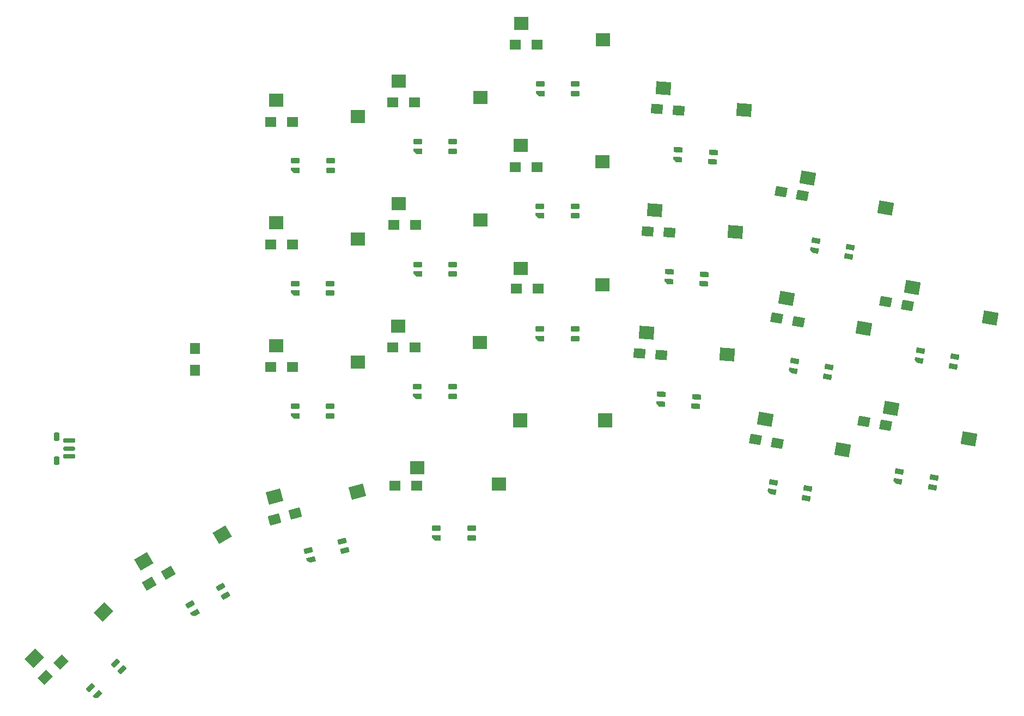
<source format=gtp>
G04 #@! TF.GenerationSoftware,KiCad,Pcbnew,9.0.1*
G04 #@! TF.CreationDate,2025-04-19T02:13:03+03:00*
G04 #@! TF.ProjectId,klor1_4,6b6c6f72-315f-4342-9e6b-696361645f70,v1.4.0*
G04 #@! TF.SameCoordinates,Original*
G04 #@! TF.FileFunction,Paste,Top*
G04 #@! TF.FilePolarity,Positive*
%FSLAX46Y46*%
G04 Gerber Fmt 4.6, Leading zero omitted, Abs format (unit mm)*
G04 Created by KiCad (PCBNEW 9.0.1) date 2025-04-19 02:13:03*
%MOMM*%
%LPD*%
G01*
G04 APERTURE LIST*
G04 Aperture macros list*
%AMRoundRect*
0 Rectangle with rounded corners*
0 $1 Rounding radius*
0 $2 $3 $4 $5 $6 $7 $8 $9 X,Y pos of 4 corners*
0 Add a 4 corners polygon primitive as box body*
4,1,4,$2,$3,$4,$5,$6,$7,$8,$9,$2,$3,0*
0 Add four circle primitives for the rounded corners*
1,1,$1+$1,$2,$3*
1,1,$1+$1,$4,$5*
1,1,$1+$1,$6,$7*
1,1,$1+$1,$8,$9*
0 Add four rect primitives between the rounded corners*
20,1,$1+$1,$2,$3,$4,$5,0*
20,1,$1+$1,$4,$5,$6,$7,0*
20,1,$1+$1,$6,$7,$8,$9,0*
20,1,$1+$1,$8,$9,$2,$3,0*%
%AMRotRect*
0 Rectangle, with rotation*
0 The origin of the aperture is its center*
0 $1 length*
0 $2 width*
0 $3 Rotation angle, in degrees counterclockwise*
0 Add horizontal line*
21,1,$1,$2,0,0,$3*%
%AMFreePoly0*
4,1,18,-0.410000,0.265000,0.000000,0.675000,0.328000,0.675000,0.359380,0.668758,0.385983,0.650983,0.403758,0.624380,0.410000,0.593000,0.410000,-0.593000,0.403758,-0.624380,0.385983,-0.650983,0.359380,-0.668758,0.328000,-0.675000,-0.328000,-0.675000,-0.359380,-0.668758,-0.385983,-0.650983,-0.403758,-0.624380,-0.410000,-0.593000,-0.410000,0.265000,-0.410000,0.265000,$1*%
G04 Aperture macros list end*
%ADD10RoundRect,0.082000X0.651245X0.187383X0.187383X0.651245X-0.651245X-0.187383X-0.187383X-0.651245X0*%
%ADD11FreePoly0,135.000000*%
%ADD12RotRect,2.300000X2.000000X225.000000*%
%ADD13RoundRect,0.082000X0.593000X-0.328000X0.593000X0.328000X-0.593000X0.328000X-0.593000X-0.328000X0*%
%ADD14FreePoly0,90.000000*%
%ADD15R,2.300000X2.000000*%
%ADD16RoundRect,0.082000X0.568675X-0.368567X0.614436X0.285835X-0.568675X0.368567X-0.614436X-0.285835X0*%
%ADD17FreePoly0,86.000000*%
%ADD18RotRect,2.300000X2.000000X176.000000*%
%ADD19RotRect,1.800000X1.500000X170.000000*%
%ADD20R,1.800000X1.500000*%
%ADD21RotRect,1.800000X1.500000X176.000000*%
%ADD22RoundRect,0.082000X0.657687X-0.163344X0.487901X0.470303X-0.657687X0.163344X-0.487901X-0.470303X0*%
%ADD23FreePoly0,105.000000*%
%ADD24RotRect,2.300000X2.000000X195.000000*%
%ADD25RoundRect,0.082000X0.527034X-0.425990X0.640948X0.220044X-0.527034X0.425990X-0.640948X-0.220044X0*%
%ADD26FreePoly0,80.000000*%
%ADD27RotRect,2.300000X2.000000X170.000000*%
%ADD28RotRect,1.800000X1.500000X195.000000*%
%ADD29R,2.200000X2.200000*%
%ADD30RotRect,1.800000X1.500000X350.000000*%
%ADD31RotRect,1.800000X1.500000X210.000000*%
%ADD32RoundRect,0.187500X-0.712500X0.187500X-0.712500X-0.187500X0.712500X-0.187500X0.712500X0.187500X0*%
%ADD33RoundRect,0.150000X-0.750000X0.150000X-0.750000X-0.150000X0.750000X-0.150000X0.750000X0.150000X0*%
%ADD34RoundRect,0.225000X-0.225000X0.425000X-0.225000X-0.425000X0.225000X-0.425000X0.225000X0.425000X0*%
%ADD35R,1.500000X1.800000*%
%ADD36RoundRect,0.082000X0.677553X0.012444X0.349553X0.580556X-0.677553X-0.012444X-0.349553X-0.580556X0*%
%ADD37FreePoly0,120.000000*%
%ADD38RotRect,2.300000X2.000000X210.000000*%
%ADD39RotRect,1.800000X1.500000X225.000000*%
G04 APERTURE END LIST*
D10*
X91409592Y-155071868D03*
D11*
X87555860Y-158925600D03*
D10*
X86495200Y-157864940D03*
X90348932Y-154011208D03*
D12*
X88520412Y-146105917D03*
X77744105Y-153290122D03*
D13*
X145728074Y-134572844D03*
D14*
X140278074Y-134572844D03*
D13*
X140278074Y-133072844D03*
X145728074Y-133072844D03*
D15*
X150025000Y-126190000D03*
X137325000Y-123650000D03*
D16*
X183196704Y-76087262D03*
D17*
X177759979Y-75707093D03*
D16*
X177864614Y-74210747D03*
X183301338Y-74590919D03*
D18*
X188067920Y-68024580D03*
X175576038Y-64604860D03*
D19*
X196539173Y-100965202D03*
X193190827Y-100374798D03*
D20*
X137025000Y-85920000D03*
X133625000Y-85920000D03*
D21*
X175210859Y-106138586D03*
X171819141Y-105901414D03*
D22*
X126027856Y-136545510D03*
D23*
X120763560Y-137956074D03*
D22*
X120375331Y-136507185D03*
X125639627Y-135096621D03*
D24*
X128008728Y-127336178D03*
X115084069Y-128169728D03*
D13*
X161814473Y-84478104D03*
D14*
X156364473Y-84478104D03*
D13*
X156364473Y-82978104D03*
X161814473Y-82978104D03*
D15*
X166111399Y-76095260D03*
X153411399Y-73555260D03*
D25*
X220629355Y-107874070D03*
D26*
X215262153Y-106927687D03*
D25*
X215522625Y-105450475D03*
X220889827Y-106396858D03*
D27*
X226316667Y-100364733D03*
X214250674Y-95657990D03*
D28*
X118347074Y-130780008D03*
X115062926Y-131659992D03*
D29*
X153295000Y-116290000D03*
X166495000Y-116290000D03*
D16*
X180576704Y-114097262D03*
D17*
X175139979Y-113717093D03*
D16*
X175244614Y-112220747D03*
X180681338Y-112600919D03*
D18*
X185447920Y-106034580D03*
X172956038Y-102614860D03*
D13*
X123765105Y-96487584D03*
D14*
X118315105Y-96487584D03*
D13*
X118315105Y-94987584D03*
X123765105Y-94987584D03*
D15*
X128062031Y-88104740D03*
X115362031Y-85564740D03*
D20*
X156095000Y-95830000D03*
X152695000Y-95830000D03*
D25*
X217349355Y-126674070D03*
D26*
X211982153Y-125727687D03*
D25*
X212242625Y-124250475D03*
X217609827Y-125196858D03*
D27*
X223036667Y-119164733D03*
X210970674Y-114457990D03*
D20*
X117885000Y-88900000D03*
X114485000Y-88900000D03*
D13*
X123748074Y-115602844D03*
D14*
X118298074Y-115602844D03*
D13*
X118298074Y-114102844D03*
X123748074Y-114102844D03*
D15*
X128045000Y-107220000D03*
X115345000Y-104680000D03*
D30*
X193810827Y-80714798D03*
X197159173Y-81305202D03*
D31*
X98557243Y-139960000D03*
X95612757Y-141660000D03*
D13*
X123788074Y-77432844D03*
D14*
X118338074Y-77432844D03*
D13*
X118338074Y-75932844D03*
X123788074Y-75932844D03*
D15*
X128085000Y-69050000D03*
X115385000Y-66510000D03*
D16*
X181836704Y-95067262D03*
D17*
X176399979Y-94687093D03*
D16*
X176504614Y-93190747D03*
X181941338Y-93570919D03*
D18*
X186707920Y-87004580D03*
X174216038Y-83584860D03*
D32*
X83209995Y-119435008D03*
X83209995Y-121885008D03*
D33*
X83209995Y-120660008D03*
D34*
X81259995Y-118810008D03*
X81259995Y-122510008D03*
D30*
X210100827Y-97804798D03*
X213449173Y-98395202D03*
D20*
X136885000Y-66870000D03*
X133485000Y-66870000D03*
X155905000Y-57890000D03*
X152505000Y-57890000D03*
X155925000Y-76900000D03*
X152525000Y-76900000D03*
D19*
X193249173Y-119855202D03*
X189900827Y-119264798D03*
D35*
X102705000Y-105120000D03*
X102705000Y-108520000D03*
D13*
X161828074Y-65472844D03*
D14*
X156378074Y-65472844D03*
D13*
X156378074Y-63972844D03*
X161828074Y-63972844D03*
D15*
X166125000Y-57090000D03*
X153425000Y-54550000D03*
D36*
X107485199Y-143502137D03*
D37*
X102765360Y-146227137D03*
D36*
X102015360Y-144928099D03*
X106735199Y-142203099D03*
D38*
X107015024Y-134093918D03*
X94746501Y-138244214D03*
D25*
X197759355Y-128354070D03*
D26*
X192392153Y-127407687D03*
D25*
X192652625Y-125930475D03*
X198019827Y-126876858D03*
D27*
X203446667Y-120844733D03*
X191380674Y-116137990D03*
D21*
X176460859Y-87108586D03*
X173069141Y-86871414D03*
D13*
X142764473Y-112550701D03*
D14*
X137314473Y-112550701D03*
D13*
X137314473Y-111050701D03*
X142764473Y-111050701D03*
D15*
X147061399Y-104167857D03*
X134361399Y-101627857D03*
D13*
X142778074Y-93532844D03*
D14*
X137328074Y-93532844D03*
D13*
X137328074Y-92032844D03*
X142778074Y-92032844D03*
D15*
X147075000Y-85150000D03*
X134375000Y-82610000D03*
D21*
X177890859Y-68078586D03*
X174499141Y-67841414D03*
D39*
X81877082Y-153877918D03*
X79472918Y-156282082D03*
D20*
X136905000Y-104920000D03*
X133505000Y-104920000D03*
D25*
X204369355Y-90794070D03*
D26*
X199002153Y-89847687D03*
D25*
X199262625Y-88370475D03*
X204629827Y-89316858D03*
D27*
X210056667Y-83284733D03*
X197990674Y-78577990D03*
D20*
X117875000Y-69860000D03*
X114475000Y-69860000D03*
X117905000Y-107990000D03*
X114505000Y-107990000D03*
D30*
X206720827Y-116464798D03*
X210069173Y-117055202D03*
D13*
X161814473Y-103550701D03*
D14*
X156364473Y-103550701D03*
D13*
X156364473Y-102050701D03*
X161814473Y-102050701D03*
D15*
X166111399Y-95167857D03*
X153411399Y-92627857D03*
D25*
X201046420Y-109491624D03*
D26*
X195679218Y-108545241D03*
D25*
X195939690Y-107068029D03*
X201306892Y-108014412D03*
D27*
X206733732Y-101982287D03*
X194667739Y-97275544D03*
D13*
X142788074Y-74452844D03*
D14*
X137338074Y-74452844D03*
D13*
X137338074Y-72952844D03*
X142788074Y-72952844D03*
D15*
X147085000Y-66070000D03*
X134385000Y-63530000D03*
D20*
X133785000Y-126440000D03*
X137185000Y-126440000D03*
M02*

</source>
